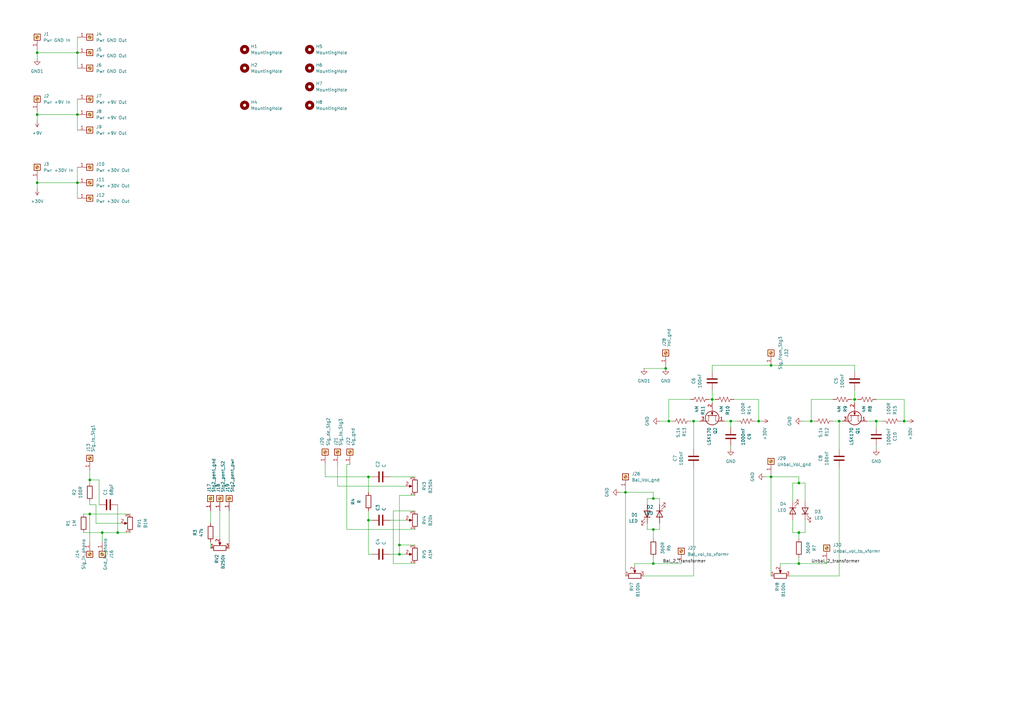
<source format=kicad_sch>
(kicad_sch (version 20250114) (generator "eeschema") (generator_version "9.0")
  (paper "A3")
  (title_block (title "Block: Front Panel Board") (rev "v0.1"))
  (lib_symbols
    (symbol "Connector:Screw_Terminal_01x01" (pin_names (offset 1.016) (hide yes))
      (property "Reference" "J" (at 0 2.54 0))
      (property "Value" "Screw_Terminal_01x01" (at 0 -2.54 0))
      (symbol "Screw_Terminal_01x01_1_1"
        (rectangle (start -1.27 1.27) (end 1.27 -1.27) (stroke (width 0.254)) (fill (type background)))
        (polyline (pts (xy -0.5334 0.3302) (xy 0.3302 -0.508)) (stroke (width 0.1524)))
        (polyline (pts (xy -0.3556 0.508) (xy 0.508 -0.3302)) (stroke (width 0.1524)))
        (circle (center 0 0) (radius 0.635) (stroke (width 0.1524)))
        (pin passive line (at -5.08 0 0) (length 3.81) (name "Pin_1") (number "1"))
      )
    )
    (symbol "Device:C" (pin_numbers (hide yes)) (pin_names (offset 0.254))
      (property "Reference" "C" (at 0.635 2.54 0))
      (property "Value" "C" (at 0.635 -2.54 0))
      (symbol "C_0_1"
        (polyline (pts (xy -2.032 0.762) (xy 2.032 0.762)) (stroke (width 0.508)))
        (polyline (pts (xy -2.032 -0.762) (xy 2.032 -0.762)) (stroke (width 0.508)))
      )
      (symbol "C_1_1"
        (pin passive line (at 0 3.81 270) (length 2.794) (name "~") (number "1"))
        (pin passive line (at 0 -3.81 90) (length 2.794) (name "~") (number "2"))
      )
    )
    (symbol "Device:LED" (pin_numbers (hide yes)) (pin_names (offset 1.016) (hide yes))
      (property "Reference" "D" (at 0 2.54 0))
      (property "Value" "LED" (at 0 -2.54 0))
      (symbol "LED_0_1"
        (polyline (pts (xy -3.048 -0.762) (xy -4.572 -2.286) (xy -3.81 -2.286) (xy -4.572 -2.286) (xy -4.572 -1.524)))
        (polyline (pts (xy -1.778 -0.762) (xy -3.302 -2.286) (xy -2.54 -2.286) (xy -3.302 -2.286) (xy -3.302 -1.524)))
        (polyline (pts (xy -1.27 0) (xy 1.27 0)))
        (polyline (pts (xy -1.27 -1.27) (xy -1.27 1.27)) (stroke (width 0.254)))
        (polyline (pts (xy 1.27 -1.27) (xy 1.27 1.27) (xy -1.27 0) (xy 1.27 -1.27)) (stroke (width 0.254)))
      )
      (symbol "LED_1_1"
        (pin passive line (at -3.81 0 0) (length 2.54) (name "K") (number "1"))
        (pin passive line (at 3.81 0 180) (length 2.54) (name "A") (number "2"))
      )
    )
    (symbol "Device:R" (pin_numbers (hide yes)) (pin_names (offset 0))
      (property "Reference" "R" (at 2.032 0 90))
      (property "Value" "R" (at 0 0 90))
      (symbol "R_0_1"
        (rectangle (start -1.016 -2.54) (end 1.016 2.54) (stroke (width 0.254)))
      )
      (symbol "R_1_1"
        (pin passive line (at 0 3.81 270) (length 1.27) (name "~") (number "1"))
        (pin passive line (at 0 -3.81 90) (length 1.27) (name "~") (number "2"))
      )
    )
    (symbol "Device:R_Potentiometer" (pin_names (offset 1.016) (hide yes))
      (property "Reference" "RV" (at -4.445 0 90))
      (property "Value" "R_Potentiometer" (at -2.54 0 90))
      (symbol "R_Potentiometer_0_1"
        (rectangle (start 1.016 2.54) (end -1.016 -2.54) (stroke (width 0.254)))
        (polyline (pts (xy 1.143 0) (xy 2.286 0.508) (xy 2.286 -0.508) (xy 1.143 0)) (fill (type outline)))
        (polyline (pts (xy 2.54 0) (xy 1.524 0)))
      )
      (symbol "R_Potentiometer_1_1"
        (pin passive line (at 0 3.81 270) (length 1.27) (name "1") (number "1"))
        (pin passive line (at 0 -3.81 90) (length 1.27) (name "3") (number "3"))
        (pin passive line (at 3.81 0 180) (length 1.27) (name "2") (number "2"))
      )
    )
    (symbol "Device:R_US" (pin_numbers (hide yes)) (pin_names (offset 0))
      (property "Reference" "R" (at 2.54 0 90))
      (property "Value" "R_US" (at -2.54 0 90))
      (symbol "R_US_0_1"
        (polyline (pts (xy 0 2.286) (xy 0 2.54)))
        (polyline (pts (xy 0 2.286) (xy 1.016 1.905) (xy 0 1.524) (xy -1.016 1.143) (xy 0 0.762)))
        (polyline (pts (xy 0 0.762) (xy 1.016 0.381) (xy 0 0) (xy -1.016 -0.381) (xy 0 -0.762)))
        (polyline (pts (xy 0 -0.762) (xy 1.016 -1.143) (xy 0 -1.524) (xy -1.016 -1.905) (xy 0 -2.286)))
        (polyline (pts (xy 0 -2.286) (xy 0 -2.54)))
      )
      (symbol "R_US_1_1"
        (pin passive line (at 0 3.81 270) (length 1.27) (name "~") (number "1"))
        (pin passive line (at 0 -3.81 90) (length 1.27) (name "~") (number "2"))
      )
    )
    (symbol "Mechanical:MountingHole" (pin_names (offset 1.016)) (exclude_from_sim yes) (in_bom no)
      (property "Reference" "H" (at 0 5.08 0))
      (property "Value" "MountingHole" (at 0 3.175 0))
      (symbol "MountingHole_0_1"
        (circle (center 0 0) (radius 1.27) (stroke (width 1.27)))
      )
    )
    (symbol "Transistor_FET:2N3819" (pin_names (hide yes))
      (property "Reference" "Q" (at 5.08 1.905 0))
      (property "Value" "2N3819" (at 5.08 0 0))
      (symbol "2N3819_0_1"
        (polyline (pts (xy 0 0) (xy -1.016 0.381) (xy -1.016 -0.381) (xy 0 0)) (fill (type outline)))
        (polyline (pts (xy 0.254 1.905) (xy 0.254 -1.905)) (stroke (width 0.254)))
        (polyline (pts (xy 0.254 0) (xy -2.54 0)))
        (circle (center 1.27 0) (radius 2.8194) (stroke (width 0.254)))
        (polyline (pts (xy 2.54 2.54) (xy 2.54 1.397) (xy 0.254 1.397)))
        (polyline (pts (xy 2.54 -2.54) (xy 2.54 -1.397) (xy 0.254 -1.397)))
      )
      (symbol "2N3819_1_1"
        (pin input line (at -5.08 0 0) (length 2.54) (name "G") (number "2"))
        (pin passive line (at 2.54 5.08 270) (length 2.54) (name "D") (number "1"))
        (pin passive line (at 2.54 -5.08 90) (length 2.54) (name "S") (number "3"))
      )
    )
    (symbol "power:+28V" (power) (pin_numbers (hide yes)) (pin_names (offset 0) (hide yes))
      (property "Value" "+28V" (at 0 3.556 0))
      (symbol "+28V_0_1"
        (polyline (pts (xy -0.762 1.27) (xy 0 2.54)))
        (polyline (pts (xy 0 2.54) (xy 0.762 1.27)))
        (polyline (pts (xy 0 0) (xy 0 2.54)))
      )
      (symbol "+28V_1_1"
        (pin power_in line (at 0 0 90) (length 0) (name "~") (number "1"))
      )
    )
    (symbol "power:+9V" (power) (pin_numbers (hide yes)) (pin_names (offset 0) (hide yes))
      (property "Value" "+9V" (at 0 3.556 0))
      (symbol "+9V_0_1"
        (polyline (pts (xy -0.762 1.27) (xy 0 2.54)))
        (polyline (pts (xy 0 2.54) (xy 0.762 1.27)))
        (polyline (pts (xy 0 0) (xy 0 2.54)))
      )
      (symbol "+9V_1_1"
        (pin power_in line (at 0 0 90) (length 0) (name "~") (number "1"))
      )
    )
    (symbol "power:GND" (power) (pin_numbers (hide yes)) (pin_names (offset 0) (hide yes))
      (property "Value" "GND" (at 0 -3.81 0))
      (symbol "GND_0_1"
        (polyline (pts (xy 0 0) (xy 0 -1.27) (xy 1.27 -1.27) (xy 0 -2.54) (xy -1.27 -1.27) (xy 0 -1.27)))
      )
      (symbol "GND_1_1"
        (pin power_in line (at 0 0 270) (length 0) (name "~") (number "1"))
      )
    )
    (symbol "power:GND1" (power) (pin_numbers (hide yes)) (pin_names (offset 0) (hide yes))
      (property "Value" "GND1" (at 0 -3.81 0))
      (symbol "GND1_0_1"
        (polyline (pts (xy 0 0) (xy 0 -1.27) (xy 1.27 -1.27) (xy 0 -2.54) (xy -1.27 -1.27) (xy 0 -1.27)))
      )
      (symbol "GND1_1_1"
        (pin power_in line (at 0 0 270) (length 0) (name "~") (number "1"))
      )
    )
  )
  (junction (at 163.83 223.52))
  (junction (at 267.97 231.14))
  (junction (at 151.13 213.36))
  (junction (at 370.84 172.72))
  (junction (at 273.05 151.13))
  (junction (at 327.66 231.14))
  (junction (at 36.83 210.82))
  (junction (at 344.17 172.72))
  (junction (at 36.83 196.85))
  (junction (at 311.15 172.72))
  (junction (at 151.13 195.58))
  (junction (at 332.74 172.72))
  (junction (at 267.97 217.17))
  (junction (at 48.26 218.44))
  (junction (at 15.24 21.59))
  (junction (at 256.54 201.93))
  (junction (at 15.24 46.99))
  (junction (at 31.75 74.93))
  (junction (at 316.23 195.58))
  (junction (at 274.32 172.72))
  (junction (at 350.52 163.83))
  (junction (at 163.83 227.33))
  (junction (at 31.75 21.59))
  (junction (at 359.41 172.72))
  (junction (at 31.75 46.99))
  (junction (at 316.23 149.86))
  (junction (at 15.24 74.93))
  (junction (at 267.97 204.47))
  (junction (at 327.66 218.44))
  (junction (at 41.91 218.44))
  (junction (at 327.66 198.12))
  (junction (at 299.72 172.72))
  (junction (at 284.48 172.72))
  (junction (at 292.1 163.83))
  (wire (pts (xy 31.75 68.58) (xy 31.75 74.93)))
  (wire (pts (xy 142.24 217.17) (xy 142.24 190.5)))
  (wire (pts (xy 284.48 191.77) (xy 284.48 236.22)))
  (wire (pts (xy 330.2 198.12) (xy 330.2 205.74)))
  (wire (pts (xy 142.24 190.5) (xy 143.51 190.5)))
  (wire (pts (xy 327.66 198.12) (xy 325.12 198.12)))
  (wire (pts (xy 325.12 198.12) (xy 325.12 205.74)))
  (wire (pts (xy 265.43 214.63) (xy 265.43 217.17)))
  (wire (pts (xy 339.09 231.14) (xy 339.09 229.87)))
  (wire (pts (xy 133.35 195.58) (xy 133.35 190.5)))
  (wire (pts (xy 332.74 172.72) (xy 328.93 172.72)))
  (wire (pts (xy 160.02 195.58) (xy 170.18 195.58)))
  (wire (pts (xy 350.52 163.83) (xy 349.25 163.83)))
  (wire (pts (xy 36.83 205.74) (xy 36.83 207.01)))
  (wire (pts (xy 267.97 217.17) (xy 267.97 220.98)))
  (wire (pts (xy 152.4 195.58) (xy 151.13 195.58)))
  (wire (pts (xy 351.79 163.83) (xy 350.52 163.83)))
  (wire (pts (xy 344.17 191.77) (xy 344.17 236.22)))
  (wire (pts (xy 283.21 163.83) (xy 274.32 163.83)))
  (wire (pts (xy 34.29 210.82) (xy 36.83 210.82)))
  (wire (pts (xy 292.1 149.86) (xy 292.1 152.4)))
  (wire (pts (xy 152.4 213.36) (xy 151.13 213.36)))
  (wire (pts (xy 151.13 213.36) (xy 151.13 227.33)))
  (wire (pts (xy 260.35 231.14) (xy 260.35 232.41)))
  (wire (pts (xy 320.04 231.14) (xy 320.04 232.41)))
  (wire (pts (xy 292.1 163.83) (xy 292.1 165.1)))
  (wire (pts (xy 36.83 210.82) (xy 53.34 210.82)))
  (wire (pts (xy 256.54 201.93) (xy 256.54 200.66)))
  (wire (pts (xy 359.41 172.72) (xy 361.95 172.72)))
  (wire (pts (xy 275.59 172.72) (xy 274.32 172.72)))
  (wire (pts (xy 359.41 182.88) (xy 359.41 184.15)))
  (wire (pts (xy 299.72 172.72) (xy 299.72 175.26)))
  (wire (pts (xy 270.51 204.47) (xy 267.97 204.47)))
  (wire (pts (xy 327.66 195.58) (xy 316.23 195.58)))
  (wire (pts (xy 279.4 231.14) (xy 267.97 231.14)))
  (wire (pts (xy 39.37 214.63) (xy 39.37 207.01)))
  (wire (pts (xy 160.02 213.36) (xy 166.37 213.36)))
  (wire (pts (xy 36.83 196.85) (xy 36.83 193.04)))
  (wire (pts (xy 274.32 163.83) (xy 274.32 172.72)))
  (wire (pts (xy 15.24 45.72) (xy 15.24 46.99)))
  (wire (pts (xy 265.43 204.47) (xy 265.43 207.01)))
  (wire (pts (xy 151.13 213.36) (xy 151.13 209.55)))
  (wire (pts (xy 31.75 40.64) (xy 31.75 46.99)))
  (wire (pts (xy 312.42 172.72) (xy 311.15 172.72)))
  (wire (pts (xy 327.66 220.98) (xy 327.66 218.44)))
  (wire (pts (xy 15.24 73.66) (xy 15.24 74.93)))
  (wire (pts (xy 256.54 236.22) (xy 256.54 201.93)))
  (wire (pts (xy 267.97 204.47) (xy 267.97 201.93)))
  (wire (pts (xy 163.83 203.2) (xy 170.18 203.2)))
  (wire (pts (xy 267.97 231.14) (xy 267.97 228.6)))
  (wire (pts (xy 166.37 199.39) (xy 138.43 199.39)))
  (wire (pts (xy 170.18 231.14) (xy 161.29 231.14)))
  (wire (pts (xy 90.17 220.98) (xy 90.17 209.55)))
  (wire (pts (xy 344.17 172.72) (xy 344.17 184.15)))
  (wire (pts (xy 327.66 231.14) (xy 327.66 228.6)))
  (wire (pts (xy 344.17 236.22) (xy 323.85 236.22)))
  (wire (pts (xy 267.97 217.17) (xy 265.43 217.17)))
  (wire (pts (xy 86.36 224.79) (xy 86.36 222.25)))
  (wire (pts (xy 274.32 172.72) (xy 270.51 172.72)))
  (wire (pts (xy 161.29 231.14) (xy 161.29 209.55)))
  (wire (pts (xy 15.24 21.59) (xy 15.24 24.13)))
  (wire (pts (xy 41.91 222.25) (xy 41.91 218.44)))
  (wire (pts (xy 267.97 204.47) (xy 265.43 204.47)))
  (wire (pts (xy 350.52 149.86) (xy 350.52 152.4)))
  (wire (pts (xy 267.97 201.93) (xy 256.54 201.93)))
  (wire (pts (xy 163.83 227.33) (xy 166.37 227.33)))
  (wire (pts (xy 299.72 182.88) (xy 299.72 184.15)))
  (wire (pts (xy 163.83 223.52) (xy 163.83 203.2)))
  (wire (pts (xy 31.75 46.99) (xy 31.75 53.34)))
  (wire (pts (xy 270.51 204.47) (xy 270.51 207.01)))
  (wire (pts (xy 350.52 163.83) (xy 350.52 165.1)))
  (wire (pts (xy 297.18 172.72) (xy 299.72 172.72)))
  (wire (pts (xy 41.91 218.44) (xy 48.26 218.44)))
  (wire (pts (xy 36.83 198.12) (xy 36.83 196.85)))
  (wire (pts (xy 341.63 172.72) (xy 344.17 172.72)))
  (wire (pts (xy 273.05 149.86) (xy 273.05 151.13)))
  (wire (pts (xy 138.43 199.39) (xy 138.43 190.5)))
  (wire (pts (xy 341.63 163.83) (xy 332.74 163.83)))
  (wire (pts (xy 311.15 163.83) (xy 311.15 172.72)))
  (wire (pts (xy 327.66 218.44) (xy 330.2 218.44)))
  (wire (pts (xy 350.52 160.02) (xy 350.52 163.83)))
  (wire (pts (xy 254 201.93) (xy 256.54 201.93)))
  (wire (pts (xy 49.53 214.63) (xy 39.37 214.63)))
  (wire (pts (xy 284.48 172.72) (xy 284.48 184.15)))
  (wire (pts (xy 309.88 172.72) (xy 311.15 172.72)))
  (wire (pts (xy 316.23 236.22) (xy 316.23 195.58)))
  (wire (pts (xy 15.24 74.93) (xy 31.75 74.93)))
  (wire (pts (xy 359.41 172.72) (xy 359.41 175.26)))
  (wire (pts (xy 36.83 207.01) (xy 39.37 207.01)))
  (wire (pts (xy 327.66 198.12) (xy 327.66 195.58)))
  (wire (pts (xy 40.64 196.85) (xy 36.83 196.85)))
  (wire (pts (xy 327.66 231.14) (xy 320.04 231.14)))
  (wire (pts (xy 355.6 172.72) (xy 359.41 172.72)))
  (wire (pts (xy 34.29 218.44) (xy 41.91 218.44)))
  (wire (pts (xy 325.12 213.36) (xy 325.12 218.44)))
  (wire (pts (xy 48.26 218.44) (xy 48.26 207.01)))
  (wire (pts (xy 15.24 20.32) (xy 15.24 21.59)))
  (wire (pts (xy 283.21 172.72) (xy 284.48 172.72)))
  (wire (pts (xy 316.23 195.58) (xy 316.23 194.31)))
  (wire (pts (xy 292.1 163.83) (xy 290.83 163.83)))
  (wire (pts (xy 313.69 195.58) (xy 316.23 195.58)))
  (wire (pts (xy 31.75 21.59) (xy 31.75 27.94)))
  (wire (pts (xy 15.24 46.99) (xy 31.75 46.99)))
  (wire (pts (xy 86.36 214.63) (xy 86.36 209.55)))
  (wire (pts (xy 267.97 231.14) (xy 260.35 231.14)))
  (wire (pts (xy 170.18 223.52) (xy 163.83 223.52)))
  (wire (pts (xy 293.37 163.83) (xy 292.1 163.83)))
  (wire (pts (xy 151.13 227.33) (xy 152.4 227.33)))
  (wire (pts (xy 15.24 46.99) (xy 15.24 49.53)))
  (wire (pts (xy 339.09 231.14) (xy 327.66 231.14)))
  (wire (pts (xy 36.83 222.25) (xy 36.83 210.82)))
  (wire (pts (xy 372.11 172.72) (xy 370.84 172.72)))
  (wire (pts (xy 264.16 151.13) (xy 273.05 151.13)))
  (wire (pts (xy 316.23 149.86) (xy 292.1 149.86)))
  (wire (pts (xy 292.1 160.02) (xy 292.1 163.83)))
  (wire (pts (xy 330.2 213.36) (xy 330.2 218.44)))
  (wire (pts (xy 332.74 163.83) (xy 332.74 172.72)))
  (wire (pts (xy 48.26 218.44) (xy 53.34 218.44)))
  (wire (pts (xy 31.75 74.93) (xy 31.75 81.28)))
  (wire (pts (xy 299.72 172.72) (xy 302.26 172.72)))
  (wire (pts (xy 31.75 15.24) (xy 31.75 21.59)))
  (wire (pts (xy 350.52 149.86) (xy 316.23 149.86)))
  (wire (pts (xy 161.29 209.55) (xy 170.18 209.55)))
  (wire (pts (xy 330.2 198.12) (xy 327.66 198.12)))
  (wire (pts (xy 40.64 207.01) (xy 40.64 196.85)))
  (wire (pts (xy 163.83 227.33) (xy 163.83 223.52)))
  (wire (pts (xy 359.41 163.83) (xy 370.84 163.83)))
  (wire (pts (xy 325.12 218.44) (xy 327.66 218.44)))
  (wire (pts (xy 334.01 172.72) (xy 332.74 172.72)))
  (wire (pts (xy 15.24 21.59) (xy 31.75 21.59)))
  (wire (pts (xy 15.24 74.93) (xy 15.24 77.47)))
  (wire (pts (xy 270.51 217.17) (xy 267.97 217.17)))
  (wire (pts (xy 160.02 227.33) (xy 163.83 227.33)))
  (wire (pts (xy 284.48 236.22) (xy 264.16 236.22)))
  (wire (pts (xy 151.13 201.93) (xy 151.13 195.58)))
  (wire (pts (xy 284.48 172.72) (xy 287.02 172.72)))
  (wire (pts (xy 93.98 224.79) (xy 93.98 209.55)))
  (wire (pts (xy 369.57 172.72) (xy 370.84 172.72)))
  (wire (pts (xy 344.17 172.72) (xy 345.44 172.72)))
  (wire (pts (xy 133.35 195.58) (xy 151.13 195.58)))
  (wire (pts (xy 170.18 217.17) (xy 142.24 217.17)))
  (wire (pts (xy 370.84 163.83) (xy 370.84 172.72)))
  (wire (pts (xy 300.99 163.83) (xy 311.15 163.83)))
  (wire (pts (xy 270.51 214.63) (xy 270.51 217.17)))
  (label "Bal_2_Transformer" (at 271.78 231.14 0))
  (label "Unbal_2_transformer" (at 332.74 231.14 0))
  (symbol (lib_id "Device:R") (at 86.36 218.44 180) (unit 1)
    (property "Reference" "R3" (at 80.01 218.44 90))
    (property "Value" "47k" (at 82.55 218.44 90))
    (property "Footprint" "Resistor_THT:R_Axial_DIN0207_L6.3mm_D2.5mm_P10.16mm_Horizontal" (effects (hide yes)))
    (property "Description" "Resistor" (effects (hide yes)))
  )
  (symbol (lib_id "Connector:Screw_Terminal_01x01") (at 36.83 227.33 270) (unit 1)
    (property "Reference" "J14" (at 31.75 227.33 0))
    (property "Value" "Sig_in_phono" (at 34.29 227.33 0))
    (property "Footprint" "Connector_Pin:Pin_D1.1mm_L8.5mm_W2.5mm_FlatFork" (effects (hide yes)))
    (property "Description" "Generic screw terminal, single row, 01x01, script generated (kicad-library-utils/schlib/autogen/connector/)" (effects (hide yes)))
  )
  (symbol (lib_id "Device:R") (at 267.97 224.79 0) (unit 1)
    (property "Reference" "R6" (at 274.32 224.79 90))
    (property "Value" "360R" (at 271.78 224.79 90))
    (property "Footprint" "Resistor_THT:R_Axial_DIN0204_L3.6mm_D1.6mm_P7.62mm_Horizontal" (effects (hide yes)))
    (property "Description" "Resistor" (effects (hide yes)))
  )
  (symbol (lib_id "Connector:Screw_Terminal_01x01") (at 133.35 185.42 90) (unit 1)
    (property "Reference" "J20" (at 132.0799 182.88 0) (effects (justify left)))
    (property "Value" "Sig_de_Stg2" (at 134.6199 182.88 0) (effects (justify left)))
    (property "Footprint" "Connector_Pin:Pin_D1.1mm_L8.5mm_W2.5mm_FlatFork" (effects (hide yes)))
    (property "Description" "Generic screw terminal, single row, 01x01, script generated (kicad-library-utils/schlib/autogen/connector/)" (effects (hide yes)))
  )
  (symbol (lib_id "Connector:Screw_Terminal_01x01") (at 316.23 144.78 90) (unit 1)
    (property "Reference" "J32" (at 322.58 144.78 0))
    (property "Value" "Sig_from_Stg3" (at 320.04 144.78 0))
    (property "Footprint" "Connector_Pin:Pin_D1.1mm_L8.5mm_W2.5mm_FlatFork" (effects (hide yes)))
    (property "Description" "Generic screw terminal, single row, 01x01, script generated (kicad-library-utils/schlib/autogen/connector/)" (effects (hide yes)))
  )
  (symbol (lib_id "Connector:Screw_Terminal_01x01") (at 143.51 185.42 90) (unit 1)
    (property "Reference" "J22" (at 142.8749 182.88 0) (effects (justify left)))
    (property "Value" "sig_gnd" (at 144.78 182.88 0) (effects (justify left)))
    (property "Footprint" "Connector_Pin:Pin_D1.1mm_L8.5mm_W2.5mm_FlatFork" (effects (hide yes)))
    (property "Description" "Generic screw terminal, single row, 01x01, script generated (kicad-library-utils/schlib/autogen/connector/)" (effects (hide yes)))
  )
  (symbol (lib_id "Device:C") (at 156.21 227.33 90) (unit 1)
    (property "Reference" "C4" (at 154.9399 223.52 0) (effects (justify left)))
    (property "Value" "C" (at 157.4799 223.52 0) (effects (justify left)))
    (property "Footprint" "Capacitor_THT:C_Rect_L7.0mm_W3.5mm_P2.50mm_P5.00mm" (effects (hide yes)))
    (property "Description" "Unpolarized capacitor" (effects (hide yes)))
  )
  (symbol (lib_id "Mechanical:MountingHole") (at 127 35.56 0) (unit 1) (exclude_from_sim yes) (in_bom no)
    (property "Reference" "H7" (at 129.54 34.2899 0) (effects (justify left)))
    (property "Value" "MountingHole" (at 129.54 36.8299 0) (effects (justify left)))
    (property "Footprint" "MountingHole:MountingHole_2.2mm_M2" (effects (hide yes)))
    (property "Description" "Mounting Hole without connection" (effects (hide yes)))
  )
  (symbol (lib_id "Device:R_Potentiometer") (at 90.17 224.79 90) (unit 1)
    (property "Reference" "RV2" (at 88.8999 227.33 0) (effects (justify right)))
    (property "Value" "B250k" (at 91.4399 227.33 0) (effects (justify right)))
    (property "Footprint" "Potentiometer_THT:Potentiometer_Alps_RK163_Single_Horizontal" (effects (hide yes)))
    (property "Description" "S2_TriPent" (effects (hide yes)))
  )
  (symbol (lib_id "power:GND") (at 254 201.93 270) (unit 1)
    (property "Reference" "#PWR08" (effects (hide yes)))
    (property "Value" "GND" (at 248.92 201.93 0))
    (property "Description" "Power symbol creates a global label with name \"GND\" , ground" (effects (hide yes)))
  )
  (symbol (lib_id "Device:R_Potentiometer") (at 170.18 199.39 180) (unit 1)
    (property "Reference" "RV3" (at 173.99 199.39 90))
    (property "Value" "B250k" (at 176.53 199.39 90))
    (property "Footprint" "Potentiometer_THT:Potentiometer_Alps_RK163_Single_Horizontal" (effects (hide yes)))
    (property "Description" "TT" (effects (hide yes)))
  )
  (symbol (lib_id "Connector:Screw_Terminal_01x01") (at 90.17 204.47 90) (unit 1)
    (property "Reference" "J18" (at 89.5349 201.93 0) (effects (justify left)))
    (property "Value" "Stg2_pent_S2" (at 91.44 201.93 0) (effects (justify left)))
    (property "Footprint" "Connector_Pin:Pin_D1.1mm_L8.5mm_W2.5mm_FlatFork" (effects (hide yes)))
    (property "Description" "Generic screw terminal, single row, 01x01, script generated (kicad-library-utils/schlib/autogen/connector/)" (effects (hide yes)))
  )
  (symbol (lib_id "Transistor_FET:2N3819") (at 350.52 170.18 270) (unit 1)
    (property "Reference" "Q1" (at 351.7901 175.26 0) (effects (justify left)))
    (property "Value" "LSK170" (at 349.2501 175.26 0) (effects (justify left)))
    (property "Footprint" "Package_TO_SOT_THT:TO-92_Inline_Wide" (effects (hide yes)))
    (property "Datasheet" "https://my.centralsemi.com/datasheets/2N3819.PDF" (effects (hide yes)))
    (property "Description" "20mA Id, 25V Vgs, N-Channel JFET Transistor, TO-92" (effects (hide yes)))
  )
  (symbol (lib_id "Connector:Screw_Terminal_01x01") (at 15.24 40.64 90) (unit 1)
    (property "Reference" "J2" (at 17.78 39.3699 90) (effects (justify right)))
    (property "Value" "Pwr +9V In" (at 17.78 41.9099 90) (effects (justify right)))
    (property "Footprint" "Connector_Pin:Pin_D1.1mm_L8.5mm_W2.5mm_FlatFork" (effects (hide yes)))
    (property "Description" "Generic screw terminal, single row, 01x01, script generated (kicad-library-utils/schlib/autogen/connector/)" (effects (hide yes)))
  )
  (symbol (lib_id "Connector:Screw_Terminal_01x01") (at 86.36 204.47 90) (unit 1)
    (property "Reference" "J17" (at 85.7249 201.93 0) (effects (justify left)))
    (property "Value" "Stg2_pent_gnd" (at 87.63 201.93 0) (effects (justify left)))
    (property "Footprint" "Connector_Pin:Pin_D1.1mm_L8.5mm_W2.5mm_FlatFork" (effects (hide yes)))
    (property "Description" "Generic screw terminal, single row, 01x01, script generated (kicad-library-utils/schlib/autogen/connector/)" (effects (hide yes)))
  )
  (symbol (lib_id "Connector:Screw_Terminal_01x01") (at 256.54 195.58 90) (unit 1)
    (property "Reference" "J26" (at 259.08 194.3099 90) (effects (justify right)))
    (property "Value" "Bal_Vol_gnd" (at 259.08 196.8499 90) (effects (justify right)))
    (property "Footprint" "Connector_Pin:Pin_D1.1mm_L8.5mm_W2.5mm_FlatFork" (effects (hide yes)))
    (property "Description" "Generic screw terminal, single row, 01x01, script generated (kicad-library-utils/schlib/autogen/connector/)" (effects (hide yes)))
  )
  (symbol (lib_id "Device:R_Potentiometer") (at 53.34 214.63 180) (unit 1)
    (property "Reference" "RV1" (at 57.15 214.63 90))
    (property "Value" "B1M" (at 59.69 214.63 90))
    (property "Footprint" "Potentiometer_THT:Potentiometer_Alps_RK163_Single_Horizontal" (effects (hide yes)))
    (property "Description" "LVL_IN" (effects (hide yes)))
  )
  (symbol (lib_id "Connector:Screw_Terminal_01x01") (at 273.05 144.78 90) (unit 1)
    (property "Reference" "J28" (at 272.4149 142.24 0) (effects (justify left)))
    (property "Value" "Vol_gnd" (at 274.32 142.24 0) (effects (justify left)))
    (property "Footprint" "Connector_Pin:Pin_D1.1mm_L8.5mm_W2.5mm_FlatFork" (effects (hide yes)))
    (property "Description" "Generic screw terminal, single row, 01x01, script generated (kicad-library-utils/schlib/autogen/connector/)" (effects (hide yes)))
  )
  (symbol (lib_id "Connector:Screw_Terminal_01x01") (at 36.83 21.59 0) (unit 1)
    (property "Reference" "J5" (at 39.37 20.3199 0) (effects (justify left)))
    (property "Value" "Pwr GND Out" (at 39.37 22.8599 0) (effects (justify left)))
    (property "Footprint" "Connector_Pin:Pin_D1.1mm_L8.5mm_W2.5mm_FlatFork" (effects (hide yes)))
    (property "Description" "Generic screw terminal, single row, 01x01, script generated (kicad-library-utils/schlib/autogen/connector/)" (effects (hide yes)))
  )
  (symbol (lib_id "power:GND") (at 359.41 184.15 0) (unit 1)
    (property "Reference" "#PWR013" (effects (hide yes)))
    (property "Value" "GND" (at 359.41 189.23 0))
    (property "Description" "Power symbol creates a global label with name \"GND\" , ground" (effects (hide yes)))
  )
  (symbol (lib_id "Connector:Screw_Terminal_01x01") (at 15.24 15.24 90) (unit 1)
    (property "Reference" "J1" (at 17.78 13.9699 90) (effects (justify right)))
    (property "Value" "Pwr GND In" (at 17.78 16.5099 90) (effects (justify right)))
    (property "Footprint" "Connector_Pin:Pin_D1.1mm_L8.5mm_W2.5mm_FlatFork" (effects (hide yes)))
    (property "Description" "Generic screw terminal, single row, 01x01, script generated (kicad-library-utils/schlib/autogen/connector/)" (effects (hide yes)))
  )
  (symbol (lib_id "Device:R") (at 36.83 201.93 180) (unit 1)
    (property "Reference" "R2" (at 30.48 201.93 90))
    (property "Value" "100R" (at 33.02 201.93 90))
    (property "Footprint" "Resistor_THT:R_Axial_DIN0207_L6.3mm_D2.5mm_P10.16mm_Horizontal" (effects (hide yes)))
    (property "Description" "Resistor" (effects (hide yes)))
  )
  (symbol (lib_id "Transistor_FET:2N3819") (at 292.1 170.18 270) (unit 1)
    (property "Reference" "Q2" (at 293.3701 175.26 0) (effects (justify left)))
    (property "Value" "LSK170" (at 290.8301 175.26 0) (effects (justify left)))
    (property "Footprint" "Package_TO_SOT_THT:TO-92_Inline_Wide" (effects (hide yes)))
    (property "Datasheet" "https://my.centralsemi.com/datasheets/2N3819.PDF" (effects (hide yes)))
    (property "Description" "20mA Id, 25V Vgs, N-Channel JFET Transistor, TO-92" (effects (hide yes)))
  )
  (symbol (lib_id "power:GND1") (at 264.16 151.13 0) (unit 1)
    (property "Reference" "#PWR011" (effects (hide yes)))
    (property "Value" "GND1" (at 264.16 156.21 0))
    (property "Description" "Power symbol creates a global label with name \"GND1\" , ground" (effects (hide yes)))
  )
  (symbol (lib_id "power:+28V") (at 15.24 77.47 180) (unit 1)
    (property "Reference" "#PWR03" (effects (hide yes)))
    (property "Value" "+30V" (at 15.24 82.55 0))
    (property "Description" "Power symbol creates a global label with name \"+28V\"" (effects (hide yes)))
  )
  (symbol (lib_id "Device:R") (at 151.13 205.74 180) (unit 1)
    (property "Reference" "R4" (at 144.78 205.74 90))
    (property "Value" "R" (at 147.32 205.74 90))
    (property "Footprint" "Resistor_THT:R_Axial_DIN0207_L6.3mm_D2.5mm_P10.16mm_Horizontal" (effects (hide yes)))
    (property "Description" "Resistor" (effects (hide yes)))
  )
  (symbol (lib_id "power:GND") (at 313.69 195.58 270) (unit 1)
    (property "Reference" "#PWR09" (effects (hide yes)))
    (property "Value" "GND" (at 308.61 195.58 0))
    (property "Description" "Power symbol creates a global label with name \"GND\" , ground" (effects (hide yes)))
  )
  (symbol (lib_id "Device:R_US") (at 306.07 172.72 270) (mirror x) (unit 1)
    (property "Reference" "R14" (at 307.3401 170.18 0) (effects (justify left)))
    (property "Value" "100R" (at 304.8001 170.18 0) (effects (justify left)))
    (property "Footprint" "Resistor_THT:R_Axial_DIN0207_L6.3mm_D2.5mm_P10.16mm_Horizontal" (effects (hide yes)))
    (property "Description" "Resistor, US symbol" (effects (hide yes)))
  )
  (symbol (lib_id "Device:R_US") (at 287.02 163.83 270) (unit 1)
    (property "Reference" "R11" (at 288.2901 166.37 0) (effects (justify left)))
    (property "Value" "4M" (at 285.7501 166.37 0) (effects (justify left)))
    (property "Footprint" "Resistor_THT:R_Axial_DIN0207_L6.3mm_D2.5mm_P10.16mm_Horizontal" (effects (hide yes)))
    (property "Description" "Resistor, US symbol" (effects (hide yes)))
  )
  (symbol (lib_id "Device:LED") (at 265.43 210.82 270) (mirror x) (unit 1)
    (property "Reference" "D1" (at 261.62 211.1374 90) (effects (justify right)))
    (property "Value" "LED" (at 261.62 213.6774 90) (effects (justify right)))
    (property "Footprint" "LED_THT:LED_D5.0mm_Clear" (effects (hide yes)))
    (property "Description" "Light emitting diode" (effects (hide yes)))
    (property "Sim.Pins" "1=K 2=A" (effects (hide yes)))
  )
  (symbol (lib_id "Connector:Screw_Terminal_01x01") (at 36.83 187.96 90) (unit 1)
    (property "Reference" "J13" (at 36.1949 185.42 0) (effects (justify left)))
    (property "Value" "Sig_to_Stg1" (at 38.1 185.42 0) (effects (justify left)))
    (property "Footprint" "Connector_Pin:Pin_D1.1mm_L8.5mm_W2.5mm_FlatFork" (effects (hide yes)))
    (property "Description" "Generic screw terminal, single row, 01x01, script generated (kicad-library-utils/schlib/autogen/connector/)" (effects (hide yes)))
  )
  (symbol (lib_id "Connector:Screw_Terminal_01x01") (at 339.09 224.79 90) (unit 1)
    (property "Reference" "J30" (at 341.63 223.5199 90) (effects (justify right)))
    (property "Value" "Unbal_vol_to_xformr" (at 341.63 226.0599 90) (effects (justify right)))
    (property "Footprint" "Connector_Pin:Pin_D1.1mm_L8.5mm_W2.5mm_FlatFork" (effects (hide yes)))
    (property "Description" "Generic screw terminal, single row, 01x01, script generated (kicad-library-utils/schlib/autogen/connector/)" (effects (hide yes)))
  )
  (symbol (lib_id "power:+9V") (at 372.11 172.72 270) (unit 1)
    (property "Reference" "#PWR04" (effects (hide yes)))
    (property "Value" "+30V" (at 373.3801 175.26 0) (effects (justify left)))
    (property "Description" "Power symbol creates a global label with name \"+9V\"" (effects (hide yes)))
  )
  (symbol (lib_id "Connector:Screw_Terminal_01x01") (at 36.83 68.58 0) (unit 1)
    (property "Reference" "J10" (at 39.37 67.3099 0) (effects (justify left)))
    (property "Value" "Pwr +30V Out" (at 39.37 69.8499 0) (effects (justify left)))
    (property "Footprint" "Connector_Pin:Pin_D1.1mm_L8.5mm_W2.5mm_FlatFork" (effects (hide yes)))
    (property "Description" "Generic screw terminal, single row, 01x01, script generated (kicad-library-utils/schlib/autogen/connector/)" (effects (hide yes)))
  )
  (symbol (lib_id "Connector:Screw_Terminal_01x01") (at 279.4 226.06 90) (unit 1)
    (property "Reference" "J27" (at 281.94 224.7899 90) (effects (justify right)))
    (property "Value" "Bal_vol_to_xformr" (at 281.94 227.3299 90) (effects (justify right)))
    (property "Footprint" "Connector_Pin:Pin_D1.1mm_L8.5mm_W2.5mm_FlatFork" (effects (hide yes)))
    (property "Description" "Generic screw terminal, single row, 01x01, script generated (kicad-library-utils/schlib/autogen/connector/)" (effects (hide yes)))
  )
  (symbol (lib_id "power:+9V") (at 312.42 172.72 270) (unit 1)
    (property "Reference" "#PWR06" (effects (hide yes)))
    (property "Value" "+30V" (at 313.6901 175.26 0) (effects (justify left)))
    (property "Description" "Power symbol creates a global label with name \"+9V\"" (effects (hide yes)))
  )
  (symbol (lib_id "Connector:Screw_Terminal_01x01") (at 316.23 189.23 90) (unit 1)
    (property "Reference" "J29" (at 318.77 187.9599 90) (effects (justify right)))
    (property "Value" "Unbal_Vol_gnd" (at 318.77 190.4999 90) (effects (justify right)))
    (property "Footprint" "Connector_Pin:Pin_D1.1mm_L8.5mm_W2.5mm_FlatFork" (effects (hide yes)))
    (property "Description" "Generic screw terminal, single row, 01x01, script generated (kicad-library-utils/schlib/autogen/connector/)" (effects (hide yes)))
  )
  (symbol (lib_id "power:+9V") (at 15.24 49.53 180) (unit 1)
    (property "Reference" "#PWR02" (effects (hide yes)))
    (property "Value" "+9V" (at 15.24 54.61 0))
    (property "Description" "Power symbol creates a global label with name \"+9V\"" (effects (hide yes)))
  )
  (symbol (lib_id "Mechanical:MountingHole") (at 127 27.94 0) (unit 1) (exclude_from_sim yes) (in_bom no)
    (property "Reference" "H6" (at 129.54 26.6699 0) (effects (justify left)))
    (property "Value" "MountingHole" (at 129.54 29.2099 0) (effects (justify left)))
    (property "Footprint" "MountingHole:MountingHole_2.2mm_M2" (effects (hide yes)))
    (property "Description" "Mounting Hole without connection" (effects (hide yes)))
  )
  (symbol (lib_id "Connector:Screw_Terminal_01x01") (at 93.98 204.47 90) (unit 1)
    (property "Reference" "J19" (at 93.3449 201.93 0) (effects (justify left)))
    (property "Value" "Stg2_pent_pwr" (at 95.25 201.93 0) (effects (justify left)))
    (property "Footprint" "Connector_Pin:Pin_D1.1mm_L8.5mm_W2.5mm_FlatFork" (effects (hide yes)))
    (property "Description" "Generic screw terminal, single row, 01x01, script generated (kicad-library-utils/schlib/autogen/connector/)" (effects (hide yes)))
  )
  (symbol (lib_id "Device:LED") (at 325.12 209.55 90) (mirror x) (unit 1)
    (property "Reference" "D4" (at 322.58 206.6924 90) (effects (justify left)))
    (property "Value" "LED" (at 322.58 209.2324 90) (effects (justify left)))
    (property "Footprint" "LED_THT:LED_D5.0mm_Clear" (effects (hide yes)))
    (property "Description" "Light emitting diode" (effects (hide yes)))
    (property "Sim.Pins" "1=K 2=A" (effects (hide yes)))
  )
  (symbol (lib_id "Device:R_US") (at 365.76 172.72 270) (mirror x) (unit 1)
    (property "Reference" "R15" (at 367.0301 170.18 0) (effects (justify left)))
    (property "Value" "100R" (at 364.4901 170.18 0) (effects (justify left)))
    (property "Footprint" "Resistor_THT:R_Axial_DIN0207_L6.3mm_D2.5mm_P10.16mm_Horizontal" (effects (hide yes)))
    (property "Description" "Resistor, US symbol" (effects (hide yes)))
  )
  (symbol (lib_id "Device:C") (at 156.21 213.36 90) (unit 1)
    (property "Reference" "C3" (at 154.9399 209.55 0) (effects (justify left)))
    (property "Value" "C" (at 157.4799 209.55 0) (effects (justify left)))
    (property "Footprint" "Capacitor_THT:C_Rect_L7.0mm_W3.5mm_P2.50mm_P5.00mm" (effects (hide yes)))
    (property "Description" "Unpolarized capacitor" (effects (hide yes)))
  )
  (symbol (lib_id "Device:R_Potentiometer") (at 170.18 227.33 180) (unit 1)
    (property "Reference" "RV5" (at 173.99 227.33 90))
    (property "Value" "A1M" (at 176.53 227.33 90))
    (property "Footprint" "Potentiometer_THT:Potentiometer_Alps_RK163_Single_Horizontal" (effects (hide yes)))
    (property "Description" "TB" (effects (hide yes)))
  )
  (symbol (lib_id "Device:LED") (at 270.51 210.82 90) (mirror x) (unit 1)
    (property "Reference" "D2" (at 267.97 207.9624 90) (effects (justify left)))
    (property "Value" "LED" (at 267.97 210.5024 90) (effects (justify left)))
    (property "Footprint" "LED_THT:LED_D5.0mm_Clear" (effects (hide yes)))
    (property "Description" "Light emitting diode" (effects (hide yes)))
    (property "Sim.Pins" "1=K 2=A" (effects (hide yes)))
  )
  (symbol (lib_id "Connector:Screw_Terminal_01x01") (at 36.83 40.64 0) (unit 1)
    (property "Reference" "J7" (at 39.37 39.3699 0) (effects (justify left)))
    (property "Value" "Pwr +9V Out" (at 39.37 41.9099 0) (effects (justify left)))
    (property "Footprint" "Connector_Pin:Pin_D1.1mm_L8.5mm_W2.5mm_FlatFork" (effects (hide yes)))
    (property "Description" "Generic screw terminal, single row, 01x01, script generated (kicad-library-utils/schlib/autogen/connector/)" (effects (hide yes)))
  )
  (symbol (lib_id "Connector:Screw_Terminal_01x01") (at 36.83 15.24 0) (unit 1)
    (property "Reference" "J4" (at 39.37 13.9699 0) (effects (justify left)))
    (property "Value" "Pwr GND Out" (at 39.37 16.5099 0) (effects (justify left)))
    (property "Footprint" "Connector_Pin:Pin_D1.1mm_L8.5mm_W2.5mm_FlatFork" (effects (hide yes)))
    (property "Description" "Generic screw terminal, single row, 01x01, script generated (kicad-library-utils/schlib/autogen/connector/)" (effects (hide yes)))
  )
  (symbol (lib_id "Device:C") (at 156.21 195.58 90) (unit 1)
    (property "Reference" "C2" (at 154.9399 191.77 0) (effects (justify left)))
    (property "Value" "C" (at 157.4799 191.77 0) (effects (justify left)))
    (property "Footprint" "Capacitor_THT:C_Rect_L7.0mm_W3.5mm_P2.50mm_P5.00mm" (effects (hide yes)))
    (property "Description" "Unpolarized capacitor" (effects (hide yes)))
  )
  (symbol (lib_id "Device:R_US") (at 355.6 163.83 270) (unit 1)
    (property "Reference" "R8" (at 356.8701 166.37 0) (effects (justify left)))
    (property "Value" "4M" (at 354.3301 166.37 0) (effects (justify left)))
    (property "Footprint" "Resistor_THT:R_Axial_DIN0207_L6.3mm_D2.5mm_P10.16mm_Horizontal" (effects (hide yes)))
    (property "Description" "Resistor, US symbol" (effects (hide yes)))
  )
  (symbol (lib_id "Device:C") (at 284.48 187.96 0) (mirror x) (unit 1)
    (property "Reference" "C7" (at 276.86 187.96 90))
    (property "Value" "100nF" (at 279.4 187.96 90))
    (property "Footprint" "Capacitor_THT:C_Disc_D4.3mm_W1.9mm_P5.00mm" (effects (hide yes)))
    (property "Description" "Unpolarized capacitor" (effects (hide yes)))
  )
  (symbol (lib_id "Connector:Screw_Terminal_01x01") (at 36.83 74.93 0) (unit 1)
    (property "Reference" "J11" (at 39.37 73.6599 0) (effects (justify left)))
    (property "Value" "Pwr +30V Out" (at 39.37 76.1999 0) (effects (justify left)))
    (property "Footprint" "Connector_Pin:Pin_D1.1mm_L8.5mm_W2.5mm_FlatFork" (effects (hide yes)))
    (property "Description" "Generic screw terminal, single row, 01x01, script generated (kicad-library-utils/schlib/autogen/connector/)" (effects (hide yes)))
  )
  (symbol (lib_id "Device:R_US") (at 279.4 172.72 270) (unit 1)
    (property "Reference" "R13" (at 280.6701 175.26 0) (effects (justify left)))
    (property "Value" "5.1k" (at 278.1301 175.26 0) (effects (justify left)))
    (property "Footprint" "Resistor_THT:R_Axial_DIN0207_L6.3mm_D2.5mm_P10.16mm_Horizontal" (effects (hide yes)))
    (property "Description" "Resistor, US symbol" (effects (hide yes)))
  )
  (symbol (lib_id "power:GND") (at 328.93 172.72 270) (unit 1)
    (property "Reference" "#PWR05" (effects (hide yes)))
    (property "Value" "GND" (at 323.85 172.72 0))
    (property "Description" "Power symbol creates a global label with name \"GND\" , ground" (effects (hide yes)))
  )
  (symbol (lib_id "Connector:Screw_Terminal_01x01") (at 138.43 185.42 90) (unit 1)
    (property "Reference" "J21" (at 137.7949 182.88 0) (effects (justify left)))
    (property "Value" "Sig_to_Stg3" (at 139.7 182.88 0) (effects (justify left)))
    (property "Footprint" "Connector_Pin:Pin_D1.1mm_L8.5mm_W2.5mm_FlatFork" (effects (hide yes)))
    (property "Description" "Generic screw terminal, single row, 01x01, script generated (kicad-library-utils/schlib/autogen/connector/)" (effects (hide yes)))
  )
  (symbol (lib_id "Connector:Screw_Terminal_01x01") (at 15.24 68.58 90) (unit 1)
    (property "Reference" "J3" (at 17.78 67.3099 90) (effects (justify right)))
    (property "Value" "Pwr +30V In" (at 17.78 69.8499 90) (effects (justify right)))
    (property "Footprint" "Connector_Pin:Pin_D1.1mm_L8.5mm_W2.5mm_FlatFork" (effects (hide yes)))
    (property "Description" "Generic screw terminal, single row, 01x01, script generated (kicad-library-utils/schlib/autogen/connector/)" (effects (hide yes)))
  )
  (symbol (lib_id "Device:R_US") (at 297.18 163.83 270) (unit 1)
    (property "Reference" "R10" (at 298.4501 166.37 0) (effects (justify left)))
    (property "Value" "4M" (at 295.9101 166.37 0) (effects (justify left)))
    (property "Footprint" "Resistor_THT:R_Axial_DIN0207_L6.3mm_D2.5mm_P10.16mm_Horizontal" (effects (hide yes)))
    (property "Description" "Resistor, US symbol" (effects (hide yes)))
  )
  (symbol (lib_id "Mechanical:MountingHole") (at 100.33 43.18 0) (unit 1) (exclude_from_sim yes) (in_bom no)
    (property "Reference" "H4" (at 102.87 41.9099 0) (effects (justify left)))
    (property "Value" "MountingHole" (at 102.87 44.4499 0) (effects (justify left)))
    (property "Footprint" "MountingHole:MountingHole_2.2mm_M2" (effects (hide yes)))
    (property "Description" "Mounting Hole without connection" (effects (hide yes)))
  )
  (symbol (lib_id "Device:C") (at 44.45 207.01 90) (unit 1)
    (property "Reference" "C1" (at 43.1799 203.2 0) (effects (justify left)))
    (property "Value" "68pF" (at 45.7199 203.2 0) (effects (justify left)))
    (property "Footprint" "Capacitor_THT:C_Rect_L7.0mm_W3.5mm_P2.50mm_P5.00mm" (effects (hide yes)))
    (property "Description" "Unpolarized capacitor" (effects (hide yes)))
  )
  (symbol (lib_id "Mechanical:MountingHole") (at 100.33 20.32 0) (unit 1) (exclude_from_sim yes) (in_bom no)
    (property "Reference" "H1" (at 102.87 19.0499 0) (effects (justify left)))
    (property "Value" "MountingHole" (at 102.87 21.5899 0) (effects (justify left)))
    (property "Footprint" "MountingHole:MountingHole_2.2mm_M2" (effects (hide yes)))
    (property "Description" "Mounting Hole without connection" (effects (hide yes)))
  )
  (symbol (lib_id "power:GND") (at 299.72 184.15 0) (unit 1)
    (property "Reference" "#PWR012" (effects (hide yes)))
    (property "Value" "GND" (at 299.72 189.23 0))
    (property "Description" "Power symbol creates a global label with name \"GND\" , ground" (effects (hide yes)))
  )
  (symbol (lib_id "Device:C") (at 344.17 187.96 0) (mirror x) (unit 1)
    (property "Reference" "C8" (at 336.55 187.96 90))
    (property "Value" "100nF" (at 339.09 187.96 90))
    (property "Footprint" "Capacitor_THT:C_Disc_D4.3mm_W1.9mm_P5.00mm" (effects (hide yes)))
    (property "Description" "Unpolarized capacitor" (effects (hide yes)))
  )
  (symbol (lib_id "Device:C") (at 350.52 156.21 0) (mirror x) (unit 1)
    (property "Reference" "C5" (at 342.9 156.21 90))
    (property "Value" "100nF" (at 345.44 156.21 90))
    (property "Footprint" "Capacitor_THT:C_Disc_D4.3mm_W1.9mm_P5.00mm" (effects (hide yes)))
    (property "Description" "Unpolarized capacitor" (effects (hide yes)))
  )
  (symbol (lib_id "Device:LED") (at 330.2 209.55 90) (unit 1)
    (property "Reference" "D3" (at 334.01 209.8674 90) (effects (justify right)))
    (property "Value" "LED" (at 334.01 212.4074 90) (effects (justify right)))
    (property "Footprint" "LED_THT:LED_D5.0mm_Clear" (effects (hide yes)))
    (property "Description" "Light emitting diode" (effects (hide yes)))
    (property "Sim.Pins" "1=K 2=A" (effects (hide yes)))
  )
  (symbol (lib_id "Device:R_Potentiometer") (at 170.18 213.36 180) (unit 1)
    (property "Reference" "RV4" (at 173.99 213.36 90))
    (property "Value" "B20k" (at 176.53 213.36 90))
    (property "Footprint" "Potentiometer_THT:Potentiometer_Alps_RK163_Single_Horizontal" (effects (hide yes)))
    (property "Description" "TM" (effects (hide yes)))
  )
  (symbol (lib_id "Mechanical:MountingHole") (at 100.33 27.94 0) (unit 1) (exclude_from_sim yes) (in_bom no)
    (property "Reference" "H2" (at 102.87 26.6699 0) (effects (justify left)))
    (property "Value" "MountingHole" (at 102.87 29.2099 0) (effects (justify left)))
    (property "Footprint" "MountingHole:MountingHole_2.2mm_M2" (effects (hide yes)))
    (property "Description" "Mounting Hole without connection" (effects (hide yes)))
  )
  (symbol (lib_id "Mechanical:MountingHole") (at 127 43.18 0) (unit 1) (exclude_from_sim yes) (in_bom no)
    (property "Reference" "H8" (at 129.54 41.9099 0) (effects (justify left)))
    (property "Value" "MountingHole" (at 129.54 44.4499 0) (effects (justify left)))
    (property "Footprint" "MountingHole:MountingHole_2.2mm_M2" (effects (hide yes)))
    (property "Description" "Mounting Hole without connection" (effects (hide yes)))
  )
  (symbol (lib_id "Connector:Screw_Terminal_01x01") (at 36.83 27.94 0) (unit 1)
    (property "Reference" "J6" (at 39.37 26.6699 0) (effects (justify left)))
    (property "Value" "Pwr GND Out" (at 39.37 29.2099 0) (effects (justify left)))
    (property "Footprint" "Connector_Pin:Pin_D1.1mm_L8.5mm_W2.5mm_FlatFork" (effects (hide yes)))
    (property "Description" "Generic screw terminal, single row, 01x01, script generated (kicad-library-utils/schlib/autogen/connector/)" (effects (hide yes)))
  )
  (symbol (lib_id "power:GND") (at 273.05 151.13 0) (unit 1)
    (property "Reference" "#PWR010" (effects (hide yes)))
    (property "Value" "GND" (at 273.05 156.21 0))
    (property "Description" "Power symbol creates a global label with name \"GND\" , ground" (effects (hide yes)))
  )
  (symbol (lib_id "Device:R_Potentiometer") (at 260.35 236.22 90) (unit 1)
    (property "Reference" "RV7" (at 259.0799 238.76 0) (effects (justify right)))
    (property "Value" "B100k" (at 261.6199 238.76 0) (effects (justify right)))
    (property "Footprint" "Potentiometer_THT:Potentiometer_Alps_RK163_Single_Horizontal" (effects (hide yes)))
    (property "Description" "LVL_OUT" (effects (hide yes)))
  )
  (symbol (lib_id "Device:R_US") (at 345.44 163.83 270) (unit 1)
    (property "Reference" "R9" (at 346.7101 166.37 0) (effects (justify left)))
    (property "Value" "4M" (at 344.1701 166.37 0) (effects (justify left)))
    (property "Footprint" "Resistor_THT:R_Axial_DIN0207_L6.3mm_D2.5mm_P10.16mm_Horizontal" (effects (hide yes)))
    (property "Description" "Resistor, US symbol" (effects (hide yes)))
  )
  (symbol (lib_id "Connector:Screw_Terminal_01x01") (at 36.83 46.99 0) (unit 1)
    (property "Reference" "J8" (at 39.37 45.7199 0) (effects (justify left)))
    (property "Value" "Pwr +9V Out" (at 39.37 48.2599 0) (effects (justify left)))
    (property "Footprint" "Connector_Pin:Pin_D1.1mm_L8.5mm_W2.5mm_FlatFork" (effects (hide yes)))
    (property "Description" "Generic screw terminal, single row, 01x01, script generated (kicad-library-utils/schlib/autogen/connector/)" (effects (hide yes)))
  )
  (symbol (lib_id "power:GND1") (at 15.24 24.13 0) (unit 1)
    (property "Reference" "#PWR01" (effects (hide yes)))
    (property "Value" "GND1" (at 15.24 29.21 0))
    (property "Description" "Power symbol creates a global label with name \"GND1\" , ground" (effects (hide yes)))
  )
  (symbol (lib_id "Device:C") (at 359.41 179.07 180) (unit 1)
    (property "Reference" "C10" (at 367.03 179.07 90))
    (property "Value" "1000nF" (at 364.49 179.07 90))
    (property "Footprint" "Capacitor_THT:C_Disc_D7.5mm_W5.0mm_P5.00mm" (effects (hide yes)))
    (property "Description" "Unpolarized capacitor" (effects (hide yes)))
  )
  (symbol (lib_id "Device:C") (at 299.72 179.07 180) (unit 1)
    (property "Reference" "C9" (at 307.34 179.07 90))
    (property "Value" "1000nF" (at 304.8 179.07 90))
    (property "Footprint" "Capacitor_THT:C_Disc_D7.5mm_W5.0mm_P5.00mm" (effects (hide yes)))
    (property "Description" "Unpolarized capacitor" (effects (hide yes)))
  )
  (symbol (lib_id "Device:R_Potentiometer") (at 320.04 236.22 90) (unit 1)
    (property "Reference" "RV8" (at 318.7699 238.76 0) (effects (justify right)))
    (property "Value" "B100k" (at 321.3099 238.76 0) (effects (justify right)))
    (property "Footprint" "Potentiometer_THT:Potentiometer_Alps_RK163_Single_Horizontal" (effects (hide yes)))
    (property "Description" "LVL_OUT" (effects (hide yes)))
  )
  (symbol (lib_id "power:GND") (at 270.51 172.72 270) (unit 1)
    (property "Reference" "#PWR07" (effects (hide yes)))
    (property "Value" "GND" (at 265.43 172.72 0))
    (property "Description" "Power symbol creates a global label with name \"GND\" , ground" (effects (hide yes)))
  )
  (symbol (lib_id "Device:R_US") (at 337.82 172.72 270) (unit 1)
    (property "Reference" "R12" (at 339.0901 175.26 0) (effects (justify left)))
    (property "Value" "5.1k" (at 336.5501 175.26 0) (effects (justify left)))
    (property "Footprint" "Resistor_THT:R_Axial_DIN0207_L6.3mm_D2.5mm_P10.16mm_Horizontal" (effects (hide yes)))
    (property "Description" "Resistor, US symbol" (effects (hide yes)))
  )
  (symbol (lib_id "Connector:Screw_Terminal_01x01") (at 41.91 227.33 90) (mirror x) (unit 1)
    (property "Reference" "J16" (at 45.72 227.33 0))
    (property "Value" "Gnd_in_phono" (at 43.18 227.33 0))
    (property "Footprint" "Connector_Pin:Pin_D1.1mm_L8.5mm_W2.5mm_FlatFork" (effects (hide yes)))
    (property "Description" "Generic screw terminal, single row, 01x01, script generated (kicad-library-utils/schlib/autogen/connector/)" (effects (hide yes)))
  )
  (symbol (lib_id "Device:R") (at 34.29 214.63 180) (unit 1)
    (property "Reference" "R1" (at 27.94 214.63 90))
    (property "Value" "1M" (at 30.48 214.63 90))
    (property "Footprint" "Resistor_THT:R_Axial_DIN0207_L6.3mm_D2.5mm_P10.16mm_Horizontal" (effects (hide yes)))
    (property "Description" "Resistor" (effects (hide yes)))
  )
  (symbol (lib_id "Connector:Screw_Terminal_01x01") (at 36.83 53.34 0) (unit 1)
    (property "Reference" "J9" (at 39.37 52.0699 0) (effects (justify left)))
    (property "Value" "Pwr +9V Out" (at 39.37 54.6099 0) (effects (justify left)))
    (property "Footprint" "Connector_Pin:Pin_D1.1mm_L8.5mm_W2.5mm_FlatFork" (effects (hide yes)))
    (property "Description" "Generic screw terminal, single row, 01x01, script generated (kicad-library-utils/schlib/autogen/connector/)" (effects (hide yes)))
  )
  (symbol (lib_id "Device:C") (at 292.1 156.21 0) (mirror x) (unit 1)
    (property "Reference" "C6" (at 284.48 156.21 90))
    (property "Value" "100nF" (at 287.02 156.21 90))
    (property "Footprint" "Capacitor_THT:C_Disc_D4.3mm_W1.9mm_P5.00mm" (effects (hide yes)))
    (property "Description" "Unpolarized capacitor" (effects (hide yes)))
  )
  (symbol (lib_id "Mechanical:MountingHole") (at 127 20.32 0) (unit 1) (exclude_from_sim yes) (in_bom no)
    (property "Reference" "H5" (at 129.54 19.0499 0) (effects (justify left)))
    (property "Value" "MountingHole" (at 129.54 21.5899 0) (effects (justify left)))
    (property "Footprint" "MountingHole:MountingHole_2.2mm_M2" (effects (hide yes)))
    (property "Description" "Mounting Hole without connection" (effects (hide yes)))
  )
  (symbol (lib_id "Device:R") (at 327.66 224.79 0) (unit 1)
    (property "Reference" "R7" (at 334.01 224.79 90))
    (property "Value" "360R" (at 331.47 224.79 90))
    (property "Footprint" "Resistor_THT:R_Axial_DIN0204_L3.6mm_D1.6mm_P7.62mm_Horizontal" (effects (hide yes)))
    (property "Description" "Resistor" (effects (hide yes)))
  )
  (symbol (lib_id "Connector:Screw_Terminal_01x01") (at 36.83 81.28 0) (unit 1)
    (property "Reference" "J12" (at 39.37 80.0099 0) (effects (justify left)))
    (property "Value" "Pwr +30V Out" (at 39.37 82.5499 0) (effects (justify left)))
    (property "Footprint" "Connector_Pin:Pin_D1.1mm_L8.5mm_W2.5mm_FlatFork" (effects (hide yes)))
    (property "Description" "Generic screw terminal, single row, 01x01, script generated (kicad-library-utils/schlib/autogen/connector/)" (effects (hide yes)))
  )
)
</source>
